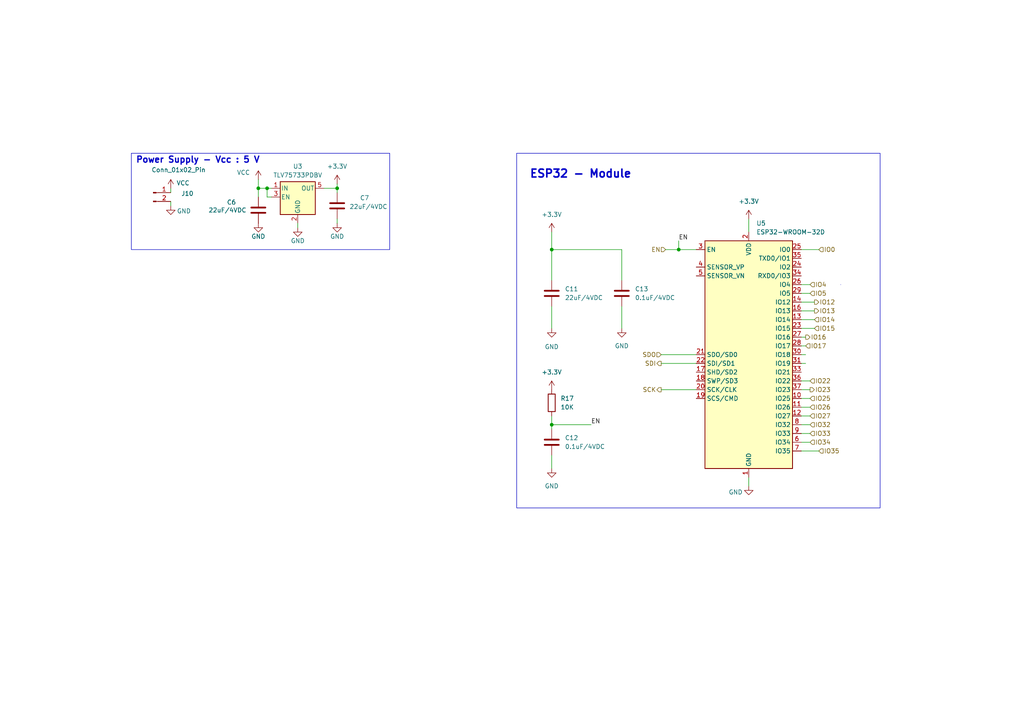
<source format=kicad_sch>
(kicad_sch (version 20231120) (generator "eeschema") (generator_version "8.0")
  (paper "A4")
  (lib_symbols
    (symbol "Connector:Conn_01x02_Pin" (pin_names (offset 1.016) hide)
      (property "Reference" "J" (at 0 2.54 0))
      (property "Value" "Conn_01x02_Pin" (at 0 -5.08 0))
      (symbol "Conn_01x02_Pin_1_1"
        (polyline (pts (xy 1.27 -2.54) (xy 0.8636 -2.54)) (stroke (width 0.1524)))
        (polyline (pts (xy 1.27 0) (xy 0.8636 0)) (stroke (width 0.1524)))
        (rectangle (start 0.8636 -2.413) (end 0 -2.667) (stroke (width 0.1524)) (fill (type outline)))
        (rectangle (start 0.8636 0.127) (end 0 -0.127) (stroke (width 0.1524)) (fill (type outline)))
        (pin passive line (at 5.08 0 180) (length 3.81) (name "Pin_1") (number "1"))
        (pin passive line (at 5.08 -2.54 180) (length 3.81) (name "Pin_2") (number "2"))
      )
    )
    (symbol "Device:C" (pin_numbers hide) (pin_names (offset 0.254))
      (property "Reference" "C" (at 0.635 2.54 0))
      (property "Value" "C" (at 0.635 -2.54 0))
      (symbol "C_0_1"
        (polyline (pts (xy -2.032 -0.762) (xy 2.032 -0.762)) (stroke (width 0.508)))
        (polyline (pts (xy -2.032 0.762) (xy 2.032 0.762)) (stroke (width 0.508)))
      )
      (symbol "C_1_1"
        (pin passive line (at 0 3.81 270) (length 2.794) (name "~") (number "1"))
        (pin passive line (at 0 -3.81 90) (length 2.794) (name "~") (number "2"))
      )
    )
    (symbol "Device:R" (pin_numbers hide) (pin_names (offset 0))
      (property "Reference" "R" (at 2.032 0 90))
      (property "Value" "R" (at 0 0 90))
      (symbol "R_0_1"
        (rectangle (start -1.016 -2.54) (end 1.016 2.54) (stroke (width 0.254)))
      )
      (symbol "R_1_1"
        (pin passive line (at 0 3.81 270) (length 1.27) (name "~") (number "1"))
        (pin passive line (at 0 -3.81 90) (length 1.27) (name "~") (number "2"))
      )
    )
    (symbol "RF_Module:ESP32-WROOM-32D"
      (property "Reference" "U" (at -12.7 34.29 0))
      (property "Value" "ESP32-WROOM-32D" (at 1.27 34.29 0))
      (symbol "ESP32-WROOM-32D_0_1"
        (rectangle (start -12.7 33.02) (end 12.7 -33.02) (stroke (width 0.254)) (fill (type background)))
      )
      (symbol "ESP32-WROOM-32D_1_1"
        (pin power_in line (at 0 -35.56 90) (length 2.54) (name "GND") (number "1"))
        (pin bidirectional line (at 15.24 -12.7 180) (length 2.54) (name "IO25") (number "10"))
        (pin bidirectional line (at 15.24 -15.24 180) (length 2.54) (name "IO26") (number "11"))
        (pin bidirectional line (at 15.24 -17.78 180) (length 2.54) (name "IO27") (number "12"))
        (pin bidirectional line (at 15.24 10.16 180) (length 2.54) (name "IO14") (number "13"))
        (pin bidirectional line (at 15.24 15.24 180) (length 2.54) (name "IO12") (number "14"))
        (pin passive line (at 0 -35.56 90) (length 2.54) hide (name "GND") (number "15"))
        (pin bidirectional line (at 15.24 12.7 180) (length 2.54) (name "IO13") (number "16"))
        (pin bidirectional line (at -15.24 -5.08 0) (length 2.54) (name "SHD/SD2") (number "17"))
        (pin bidirectional line (at -15.24 -7.62 0) (length 2.54) (name "SWP/SD3") (number "18"))
        (pin bidirectional line (at -15.24 -12.7 0) (length 2.54) (name "SCS/CMD") (number "19"))
        (pin power_in line (at 0 35.56 270) (length 2.54) (name "VDD") (number "2"))
        (pin bidirectional line (at -15.24 -10.16 0) (length 2.54) (name "SCK/CLK") (number "20"))
        (pin bidirectional line (at -15.24 0 0) (length 2.54) (name "SDO/SD0") (number "21"))
        (pin bidirectional line (at -15.24 -2.54 0) (length 2.54) (name "SDI/SD1") (number "22"))
        (pin bidirectional line (at 15.24 7.62 180) (length 2.54) (name "IO15") (number "23"))
        (pin bidirectional line (at 15.24 25.4 180) (length 2.54) (name "IO2") (number "24"))
        (pin bidirectional line (at 15.24 30.48 180) (length 2.54) (name "IO0") (number "25"))
        (pin bidirectional line (at 15.24 20.32 180) (length 2.54) (name "IO4") (number "26"))
        (pin bidirectional line (at 15.24 5.08 180) (length 2.54) (name "IO16") (number "27"))
        (pin bidirectional line (at 15.24 2.54 180) (length 2.54) (name "IO17") (number "28"))
        (pin bidirectional line (at 15.24 17.78 180) (length 2.54) (name "IO5") (number "29"))
        (pin input line (at -15.24 30.48 0) (length 2.54) (name "EN") (number "3"))
        (pin bidirectional line (at 15.24 0 180) (length 2.54) (name "IO18") (number "30"))
        (pin bidirectional line (at 15.24 -2.54 180) (length 2.54) (name "IO19") (number "31"))
        (pin no_connect line (at -12.7 -27.94 0) (length 2.54) hide (name "NC") (number "32"))
        (pin bidirectional line (at 15.24 -5.08 180) (length 2.54) (name "IO21") (number "33"))
        (pin bidirectional line (at 15.24 22.86 180) (length 2.54) (name "RXD0/IO3") (number "34"))
        (pin bidirectional line (at 15.24 27.94 180) (length 2.54) (name "TXD0/IO1") (number "35"))
        (pin bidirectional line (at 15.24 -7.62 180) (length 2.54) (name "IO22") (number "36"))
        (pin bidirectional line (at 15.24 -10.16 180) (length 2.54) (name "IO23") (number "37"))
        (pin passive line (at 0 -35.56 90) (length 2.54) hide (name "GND") (number "38"))
        (pin passive line (at 0 -35.56 90) (length 2.54) hide (name "GND") (number "39"))
        (pin input line (at -15.24 25.4 0) (length 2.54) (name "SENSOR_VP") (number "4"))
        (pin input line (at -15.24 22.86 0) (length 2.54) (name "SENSOR_VN") (number "5"))
        (pin input line (at 15.24 -25.4 180) (length 2.54) (name "IO34") (number "6"))
        (pin input line (at 15.24 -27.94 180) (length 2.54) (name "IO35") (number "7"))
        (pin bidirectional line (at 15.24 -20.32 180) (length 2.54) (name "IO32") (number "8"))
        (pin bidirectional line (at 15.24 -22.86 180) (length 2.54) (name "IO33") (number "9"))
      )
    )
    (symbol "Regulator_Linear:TLV75733PDBV" (pin_names (offset 0.254))
      (property "Reference" "U" (at -3.81 5.715 0))
      (property "Value" "TLV75733PDBV" (at 0 5.715 0))
      (symbol "TLV75733PDBV_0_1"
        (rectangle (start -5.08 4.445) (end 5.08 -5.08) (stroke (width 0.254)) (fill (type background)))
      )
      (symbol "TLV75733PDBV_1_1"
        (pin power_in line (at -7.62 2.54 0) (length 2.54) (name "IN") (number "1"))
        (pin power_in line (at 0 -7.62 90) (length 2.54) (name "GND") (number "2"))
        (pin input line (at -7.62 0 0) (length 2.54) (name "EN") (number "3"))
        (pin no_connect line (at 5.08 0 180) (length 2.54) hide (name "NC") (number "4"))
        (pin power_out line (at 7.62 2.54 180) (length 2.54) (name "OUT") (number "5"))
      )
    )
    (symbol "power:+3.3V" (power) (pin_numbers hide) (pin_names (offset 0) hide)
      (property "Value" "+3.3V" (at 0 3.556 0))
      (symbol "+3.3V_0_1"
        (polyline (pts (xy -0.762 1.27) (xy 0 2.54)))
        (polyline (pts (xy 0 0) (xy 0 2.54)))
        (polyline (pts (xy 0 2.54) (xy 0.762 1.27)))
      )
      (symbol "+3.3V_1_1"
        (pin power_in line (at 0 0 90) (length 0) (name "~") (number "1"))
      )
    )
    (symbol "power:GND" (power) (pin_numbers hide) (pin_names (offset 0) hide)
      (property "Value" "GND" (at 0 -3.81 0))
      (symbol "GND_0_1"
        (polyline (pts (xy 0 0) (xy 0 -1.27) (xy 1.27 -1.27) (xy 0 -2.54) (xy -1.27 -1.27) (xy 0 -1.27)))
      )
      (symbol "GND_1_1"
        (pin power_in line (at 0 0 270) (length 0) (name "~") (number "1"))
      )
    )
    (symbol "power:VCC" (power) (pin_numbers hide) (pin_names (offset 0) hide)
      (property "Value" "VCC" (at 0 3.556 0))
      (symbol "VCC_0_1"
        (polyline (pts (xy -0.762 1.27) (xy 0 2.54)))
        (polyline (pts (xy 0 0) (xy 0 2.54)))
        (polyline (pts (xy 0 2.54) (xy 0.762 1.27)))
      )
      (symbol "VCC_1_1"
        (pin power_in line (at 0 0 90) (length 0) (name "~") (number "1"))
      )
    )
  )
  (junction (at 160.02 72.39))
  (junction (at 160.02 123.19))
  (junction (at 196.85 72.39))
  (junction (at 77.47 54.61))
  (junction (at 74.93 54.61))
  (junction (at 97.79 54.61))
  (wire (pts (xy 232.41 130.81) (xy 237.49 130.81)))
  (wire (pts (xy 232.41 105.41) (xy 233.68 105.41)))
  (wire (pts (xy 78.74 57.15) (xy 77.47 57.15)))
  (wire (pts (xy 160.02 123.19) (xy 171.45 123.19)))
  (wire (pts (xy 232.41 100.33) (xy 233.68 100.33)))
  (wire (pts (xy 232.41 102.87) (xy 233.68 102.87)))
  (wire (pts (xy 232.41 113.03) (xy 234.95 113.03)))
  (wire (pts (xy 97.79 63.5) (xy 97.79 64.77)))
  (wire (pts (xy 86.36 64.77) (xy 86.36 66.04)))
  (wire (pts (xy 93.98 54.61) (xy 97.79 54.61)))
  (wire (pts (xy 160.02 132.08) (xy 160.02 135.89)))
  (wire (pts (xy 180.34 88.9) (xy 180.34 95.25)))
  (wire (pts (xy 74.93 52.07) (xy 74.93 54.61)))
  (wire (pts (xy 191.77 113.03) (xy 201.93 113.03)))
  (wire (pts (xy 74.93 54.61) (xy 74.93 57.15)))
  (wire (pts (xy 160.02 72.39) (xy 180.34 72.39)))
  (wire (pts (xy 232.41 115.57) (xy 234.95 115.57)))
  (wire (pts (xy 193.04 72.39) (xy 196.85 72.39)))
  (wire (pts (xy 232.41 128.27) (xy 234.95 128.27)))
  (wire (pts (xy 160.02 81.28) (xy 160.02 72.39)))
  (wire (pts (xy 217.17 63.5) (xy 217.17 67.31)))
  (wire (pts (xy 160.02 67.31) (xy 160.02 72.39)))
  (wire (pts (xy 232.41 90.17) (xy 236.22 90.17)))
  (wire (pts (xy 232.41 125.73) (xy 234.95 125.73)))
  (wire (pts (xy 232.41 97.79) (xy 233.68 97.79)))
  (wire (pts (xy 49.53 58.42) (xy 49.53 59.69)))
  (wire (pts (xy 97.79 53.34) (xy 97.79 54.61)))
  (wire (pts (xy 232.41 95.25) (xy 236.22 95.25)))
  (wire (pts (xy 191.77 102.87) (xy 201.93 102.87)))
  (wire (pts (xy 232.41 82.55) (xy 234.95 82.55)))
  (wire (pts (xy 217.17 138.43) (xy 217.17 140.97)))
  (wire (pts (xy 160.02 88.9) (xy 160.02 95.25)))
  (wire (pts (xy 97.79 54.61) (xy 97.79 55.88)))
  (wire (pts (xy 160.02 120.65) (xy 160.02 123.19)))
  (wire (pts (xy 232.41 118.11) (xy 234.95 118.11)))
  (wire (pts (xy 232.41 123.19) (xy 234.95 123.19)))
  (wire (pts (xy 232.41 92.71) (xy 236.22 92.71)))
  (wire (pts (xy 232.41 120.65) (xy 234.95 120.65)))
  (wire (pts (xy 74.93 54.61) (xy 77.47 54.61)))
  (wire (pts (xy 232.41 72.39) (xy 237.49 72.39)))
  (wire (pts (xy 232.41 110.49) (xy 234.95 110.49)))
  (wire (pts (xy 196.85 72.39) (xy 201.93 72.39)))
  (wire (pts (xy 232.41 85.09) (xy 234.95 85.09)))
  (wire (pts (xy 232.41 87.63) (xy 236.22 87.63)))
  (wire (pts (xy 77.47 54.61) (xy 78.74 54.61)))
  (wire (pts (xy 77.47 57.15) (xy 77.47 54.61)))
  (wire (pts (xy 196.85 69.85) (xy 196.85 72.39)))
  (wire (pts (xy 49.53 54.61) (xy 49.53 55.88)))
  (wire (pts (xy 160.02 123.19) (xy 160.02 124.46)))
  (wire (pts (xy 191.77 105.41) (xy 201.93 105.41)))
  (wire (pts (xy 180.34 72.39) (xy 180.34 81.28)))
  (rectangle (start 38.1 44.45) (end 113.03 72.39))
  (rectangle (start 149.86 44.45) (end 255.27 147.32))
  (rectangle (start 243.84 82.55) (end 243.84 82.55))
  (text "ESP32 - Module\n" (at 168.402 50.546 0) (effects (font (size 2.286 2.286) (thickness 0.4572) (bold yes))))
  (text "Power Supply - Vcc : 5 V" (at 57.404 46.482 0) (effects (font (size 1.778 1.778) (thickness 0.3556) (bold yes))))
  (label "EN" (at 171.45 123.19 0))
  (label "EN" (at 196.85 69.85 0))
  (hierarchical_label "IO32" (shape input) (at 234.95 123.19 0))
  (hierarchical_label "EN" (shape input) (at 193.04 72.39 180))
  (hierarchical_label "IO17" (shape input) (at 233.68 100.33 0))
  (hierarchical_label "IO16" (shape output) (at 233.68 97.79 0))
  (hierarchical_label "IO25" (shape input) (at 234.95 115.57 0))
  (hierarchical_label "SCK" (shape output) (at 191.77 113.03 180))
  (hierarchical_label "SDI" (shape output) (at 191.77 105.41 180))
  (hierarchical_label "IO5" (shape input) (at 234.95 85.09 0))
  (hierarchical_label "IO22" (shape input) (at 234.95 110.49 0))
  (hierarchical_label "IO26" (shape input) (at 234.95 118.11 0))
  (hierarchical_label "IO0" (shape input) (at 237.49 72.39 0))
  (hierarchical_label "IO12" (shape output) (at 236.22 87.63 0))
  (hierarchical_label "IO13" (shape output) (at 236.22 90.17 0))
  (hierarchical_label "IO33" (shape input) (at 234.95 125.73 0))
  (hierarchical_label "SDO" (shape input) (at 191.77 102.87 180))
  (hierarchical_label "IO35" (shape input) (at 237.49 130.81 0))
  (hierarchical_label "IO23" (shape output) (at 234.95 113.03 0))
  (hierarchical_label "IO14" (shape input) (at 236.22 92.71 0))
  (hierarchical_label "IO27" (shape input) (at 234.95 120.65 0))
  (hierarchical_label "IO15" (shape input) (at 236.22 95.25 0))
  (hierarchical_label "IO4" (shape input) (at 234.95 82.55 0))
  (hierarchical_label "IO34" (shape input) (at 234.95 128.27 0))
  (symbol (lib_id "power:GND") (at 49.53 59.69 0) (unit 1)
    (property "Reference" "#PWR04" (effects (hide yes)))
    (property "Value" "GND" (at 53.34 61.214 0))
    (property "Description" "Power symbol creates a global label with name \"GND\" , ground" (effects (hide yes)))
  )
  (symbol (lib_id "power:GND") (at 160.02 135.89 0) (unit 1)
    (property "Reference" "#PWR052" (effects (hide yes)))
    (property "Value" "GND" (at 160.02 140.97 0))
    (property "Description" "Power symbol creates a global label with name \"GND\" , ground" (effects (hide yes)))
  )
  (symbol (lib_id "Device:C") (at 180.34 85.09 0) (unit 1)
    (property "Reference" "C13" (at 184.15 83.8199 0) (effects (justify left)))
    (property "Value" "0.1uF/4VDC" (at 184.15 86.3599 0) (effects (justify left)))
    (property "Footprint" "Capacitor_SMD:C_0603_1608Metric" (effects (hide yes)))
    (property "Description" "Unpolarized capacitor" (effects (hide yes)))
  )
  (symbol (lib_id "RF_Module:ESP32-WROOM-32D") (at 217.17 102.87 0) (unit 1)
    (property "Reference" "U5" (at 219.3641 64.77 0) (effects (justify left)))
    (property "Value" "ESP32-WROOM-32D" (at 219.3641 67.31 0) (effects (justify left)))
    (property "Footprint" "RF_Module:ESP32-WROOM-32D" (effects (hide yes)))
    (property "Datasheet" "https://www.espressif.com/sites/default/files/documentation/esp32-wroom-32d_esp32-wroom-32u_datasheet_en.pdf" (effects (hide yes)))
    (property "Description" "RF Module, ESP32-D0WD SoC, Wi-Fi 802.11b/g/n, Bluetooth, BLE, 32-bit, 2.7-3.6V, onboard antenna, SMD" (effects (hide yes)))
  )
  (symbol (lib_id "power:GND") (at 74.93 64.77 0) (unit 1)
    (property "Reference" "#PWR017" (effects (hide yes)))
    (property "Value" "GND" (at 74.93 68.58 0))
    (property "Description" "Power symbol creates a global label with name \"GND\" , ground" (effects (hide yes)))
  )
  (symbol (lib_id "power:+3.3V") (at 217.17 63.5 0) (unit 1)
    (property "Reference" "#PWR054" (effects (hide yes)))
    (property "Value" "+3.3V" (at 217.17 58.42 0))
    (property "Description" "Power symbol creates a global label with name \"+3.3V\"" (effects (hide yes)))
  )
  (symbol (lib_id "power:GND") (at 86.36 66.04 0) (unit 1)
    (property "Reference" "#PWR029" (effects (hide yes)))
    (property "Value" "GND" (at 86.36 69.85 0))
    (property "Description" "Power symbol creates a global label with name \"GND\" , ground" (effects (hide yes)))
  )
  (symbol (lib_id "power:GND") (at 160.02 95.25 0) (unit 1)
    (property "Reference" "#PWR050" (effects (hide yes)))
    (property "Value" "GND" (at 160.02 100.584 0))
    (property "Description" "Power symbol creates a global label with name \"GND\" , ground" (effects (hide yes)))
  )
  (symbol (lib_id "Connector:Conn_01x02_Pin") (at 44.45 55.88 0) (unit 1)
    (property "Reference" "J10" (at 54.356 56.134 0))
    (property "Value" "Conn_01x02_Pin" (at 51.816 49.276 0))
    (property "Footprint" "Connector_PinHeader_2.54mm:PinHeader_1x02_P2.54mm_Vertical" (effects (hide yes)))
    (property "Description" "Generic connector, single row, 01x02, script generated" (effects (hide yes)))
  )
  (symbol (lib_id "power:GND") (at 217.17 140.97 0) (unit 1)
    (property "Reference" "#PWR055" (effects (hide yes)))
    (property "Value" "GND" (at 213.36 142.748 0))
    (property "Description" "Power symbol creates a global label with name \"GND\" , ground" (effects (hide yes)))
  )
  (symbol (lib_id "power:GND") (at 180.34 95.25 0) (unit 1)
    (property "Reference" "#PWR053" (effects (hide yes)))
    (property "Value" "GND" (at 180.34 100.33 0))
    (property "Description" "Power symbol creates a global label with name \"GND\" , ground" (effects (hide yes)))
  )
  (symbol (lib_id "power:+3.3V") (at 97.79 53.34 0) (unit 1)
    (property "Reference" "#PWR030" (effects (hide yes)))
    (property "Value" "+3.3V" (at 97.79 48.26 0))
    (property "Description" "Power symbol creates a global label with name \"+3.3V\"" (effects (hide yes)))
  )
  (symbol (lib_id "power:GND") (at 97.79 64.77 0) (unit 1)
    (property "Reference" "#PWR031" (effects (hide yes)))
    (property "Value" "GND" (at 97.79 68.58 0))
    (property "Description" "Power symbol creates a global label with name \"GND\" , ground" (effects (hide yes)))
  )
  (symbol (lib_id "power:VCC") (at 49.53 54.61 0) (unit 1)
    (property "Reference" "#PWR03" (effects (hide yes)))
    (property "Value" "VCC" (at 53.086 53.086 0))
    (property "Description" "Power symbol creates a global label with name \"VCC\"" (effects (hide yes)))
  )
  (symbol (lib_id "power:+3.3V") (at 160.02 113.03 0) (unit 1)
    (property "Reference" "#PWR051" (effects (hide yes)))
    (property "Value" "+3.3V" (at 160.02 107.95 0))
    (property "Description" "Power symbol creates a global label with name \"+3.3V\"" (effects (hide yes)))
  )
  (symbol (lib_id "Regulator_Linear:TLV75733PDBV") (at 86.36 57.15 0) (unit 1)
    (property "Reference" "U3" (at 86.36 48.26 0))
    (property "Value" "TLV75733PDBV" (at 86.36 50.8 0))
    (property "Footprint" "Package_TO_SOT_SMD:SOT-23-5" (effects (hide yes)))
    (property "Datasheet" "https://www.ti.com/lit/ds/symlink/tlv757p.pdf" (effects (hide yes)))
    (property "Description" "1A Low IQ Small Size Low Dropout Voltage Regulator, Fixed Output 3.3V, SOT-23-5" (effects (hide yes)))
  )
  (symbol (lib_id "Device:C") (at 97.79 59.69 0) (unit 1)
    (property "Reference" "C7" (at 104.394 57.404 0) (effects (justify left)))
    (property "Value" "22uF/4VDC" (at 101.346 59.944 0) (effects (justify left)))
    (property "Footprint" "Capacitor_SMD:C_0603_1608Metric" (effects (hide yes)))
    (property "Description" "Unpolarized capacitor" (effects (hide yes)))
  )
  (symbol (lib_id "Device:C") (at 74.93 60.96 0) (unit 1)
    (property "Reference" "C6" (at 65.786 58.674 0) (effects (justify left)))
    (property "Value" "22uF/4VDC" (at 60.452 60.96 0) (effects (justify left)))
    (property "Footprint" "Capacitor_SMD:C_0603_1608Metric" (effects (hide yes)))
    (property "Description" "Unpolarized capacitor" (effects (hide yes)))
  )
  (symbol (lib_id "Device:C") (at 160.02 128.27 0) (unit 1)
    (property "Reference" "C12" (at 163.83 126.9999 0) (effects (justify left)))
    (property "Value" "0.1uF/4VDC" (at 163.83 129.5399 0) (effects (justify left)))
    (property "Footprint" "Capacitor_SMD:C_0603_1608Metric" (effects (hide yes)))
    (property "Description" "Unpolarized capacitor" (effects (hide yes)))
  )
  (symbol (lib_id "Device:R") (at 160.02 116.84 0) (unit 1)
    (property "Reference" "R17" (at 162.56 115.5699 0) (effects (justify left)))
    (property "Value" "10K" (at 162.56 118.1099 0) (effects (justify left)))
    (property "Footprint" "Resistor_SMD:R_0603_1608Metric" (effects (hide yes)))
    (property "Description" "Resistor" (effects (hide yes)))
  )
  (symbol (lib_id "power:+3.3V") (at 160.02 67.31 0) (unit 1)
    (property "Reference" "#PWR049" (effects (hide yes)))
    (property "Value" "+3.3V" (at 160.02 62.23 0))
    (property "Description" "Power symbol creates a global label with name \"+3.3V\"" (effects (hide yes)))
  )
  (symbol (lib_id "power:VCC") (at 74.93 52.07 0) (unit 1)
    (property "Reference" "#PWR05" (effects (hide yes)))
    (property "Value" "VCC" (at 70.612 50.038 0))
    (property "Description" "Power symbol creates a global label with name \"VCC\"" (effects (hide yes)))
  )
  (symbol (lib_id "Device:C") (at 160.02 85.09 0) (unit 1)
    (property "Reference" "C11" (at 163.83 83.8199 0) (effects (justify left)))
    (property "Value" "22uF/4VDC" (at 163.83 86.3599 0) (effects (justify left)))
    (property "Footprint" "Capacitor_SMD:C_0603_1608Metric" (effects (hide yes)))
    (property "Description" "Unpolarized capacitor" (effects (hide yes)))
  )
)
</source>
